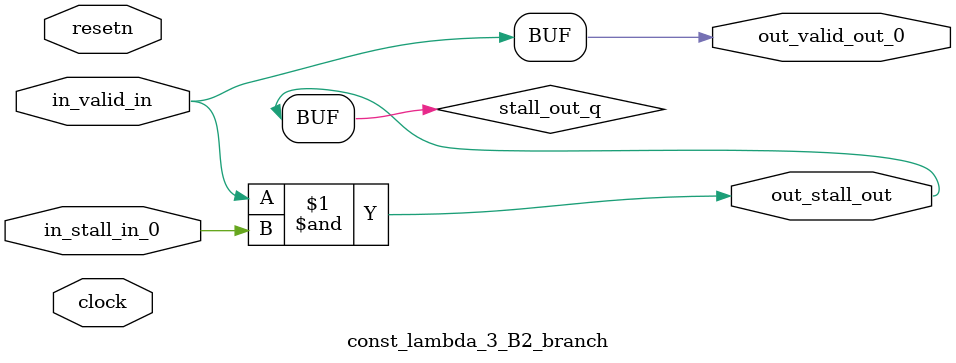
<source format=sv>



(* altera_attribute = "-name AUTO_SHIFT_REGISTER_RECOGNITION OFF; -name MESSAGE_DISABLE 10036; -name MESSAGE_DISABLE 10037; -name MESSAGE_DISABLE 14130; -name MESSAGE_DISABLE 14320; -name MESSAGE_DISABLE 15400; -name MESSAGE_DISABLE 14130; -name MESSAGE_DISABLE 10036; -name MESSAGE_DISABLE 12020; -name MESSAGE_DISABLE 12030; -name MESSAGE_DISABLE 12010; -name MESSAGE_DISABLE 12110; -name MESSAGE_DISABLE 14320; -name MESSAGE_DISABLE 13410; -name MESSAGE_DISABLE 113007; -name MESSAGE_DISABLE 10958" *)
module const_lambda_3_B2_branch (
    input wire [0:0] in_stall_in_0,
    input wire [0:0] in_valid_in,
    output wire [0:0] out_stall_out,
    output wire [0:0] out_valid_out_0,
    input wire clock,
    input wire resetn
    );

    wire [0:0] stall_out_q;
    reg [0:0] rst_sync_rst_sclrn;


    // stall_out(LOGICAL,2)
    assign stall_out_q = in_valid_in & in_stall_in_0;

    // out_stall_out(GPOUT,5)
    assign out_stall_out = stall_out_q;

    // out_valid_out_0(GPOUT,6)
    assign out_valid_out_0 = in_valid_in;

    // rst_sync(RESETSYNC,7)
    acl_reset_handler #(
        .ASYNC_RESET(0),
        .USE_SYNCHRONIZER(1),
        .PULSE_EXTENSION(0),
        .PIPE_DEPTH(3),
        .DUPLICATE(1)
    ) therst_sync (
        .clk(clock),
        .i_resetn(resetn),
        .o_sclrn(rst_sync_rst_sclrn)
    );

endmodule

</source>
